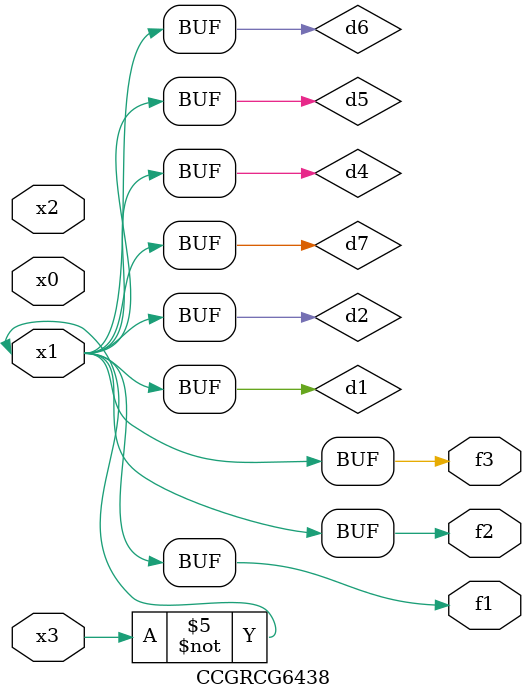
<source format=v>
module CCGRCG6438(
	input x0, x1, x2, x3,
	output f1, f2, f3
);

	wire d1, d2, d3, d4, d5, d6, d7;

	not (d1, x3);
	buf (d2, x1);
	xnor (d3, d1, d2);
	nor (d4, d1);
	buf (d5, d1, d2);
	buf (d6, d4, d5);
	nand (d7, d4);
	assign f1 = d6;
	assign f2 = d7;
	assign f3 = d6;
endmodule

</source>
